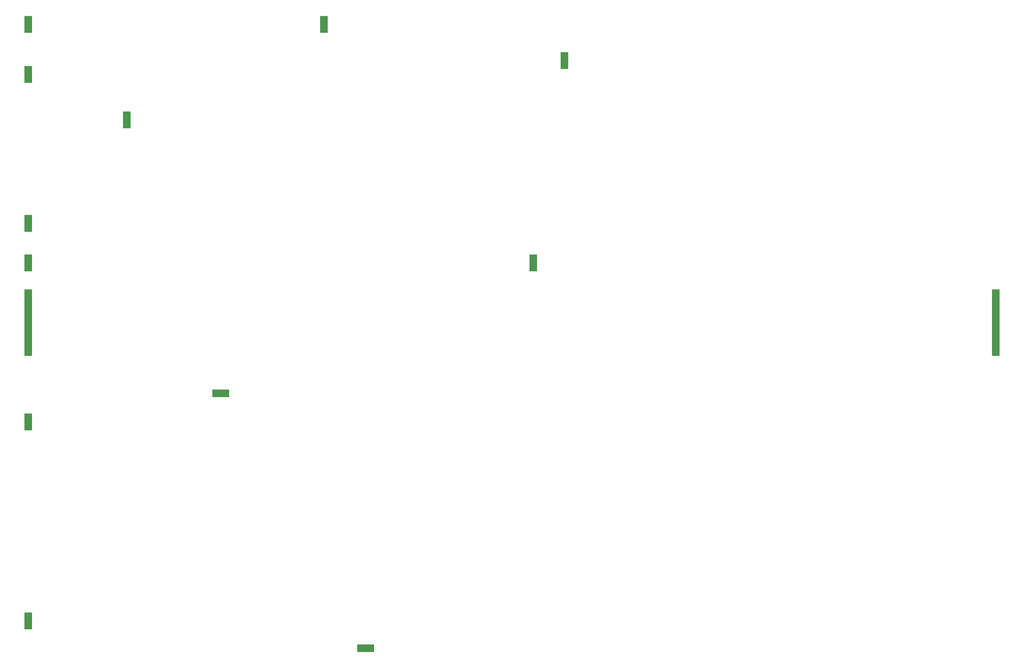
<source format=gts>
G04*
G04 #@! TF.GenerationSoftware,Altium Limited,Altium Designer,23.10.1 (27)*
G04*
G04 Layer_Color=8388736*
%FSLAX25Y25*%
%MOIN*%
G70*
G04*
G04 #@! TF.SameCoordinates,75E589B0-4E0D-4890-912C-9D4B5755E1C0*
G04*
G04*
G04 #@! TF.FilePolarity,Negative*
G04*
G01*
G75*
%ADD12R,0.05906X0.01181*%
%ADD13R,0.01181X0.05906*%
%ADD14R,0.05906X0.13780*%
%ADD15R,0.13780X0.05906*%
%ADD16R,0.05906X0.53150*%
D12*
X2953Y-364173D02*
D03*
Y-362205D02*
D03*
Y-360236D02*
D03*
Y-358268D02*
D03*
Y-356299D02*
D03*
Y-354331D02*
D03*
Y-206693D02*
D03*
Y-204724D02*
D03*
Y-202756D02*
D03*
Y-200787D02*
D03*
X2953Y-198819D02*
D03*
Y-196850D02*
D03*
X768701Y-137795D02*
D03*
Y-139764D02*
D03*
Y-141732D02*
D03*
Y-143701D02*
D03*
Y-145669D02*
D03*
Y-147638D02*
D03*
Y-135827D02*
D03*
Y-133858D02*
D03*
Y-131890D02*
D03*
Y-129921D02*
D03*
Y-127953D02*
D03*
Y-125984D02*
D03*
Y-124016D02*
D03*
X768701Y-122047D02*
D03*
X768701Y-120079D02*
D03*
Y-118110D02*
D03*
Y-116142D02*
D03*
Y-114173D02*
D03*
Y-112205D02*
D03*
Y-110236D02*
D03*
Y-108268D02*
D03*
Y-106299D02*
D03*
Y-104331D02*
D03*
Y-102362D02*
D03*
Y-100394D02*
D03*
Y-98425D02*
D03*
X2953Y-108268D02*
D03*
Y-106299D02*
D03*
Y-104331D02*
D03*
Y-102362D02*
D03*
Y-100394D02*
D03*
Y-98425D02*
D03*
Y-110236D02*
D03*
Y-112205D02*
D03*
Y-114173D02*
D03*
Y-116142D02*
D03*
Y-118110D02*
D03*
Y-120079D02*
D03*
Y-122047D02*
D03*
Y-124016D02*
D03*
Y-125984D02*
D03*
Y-127953D02*
D03*
Y-129921D02*
D03*
Y-131890D02*
D03*
Y-133858D02*
D03*
Y-135827D02*
D03*
Y-137795D02*
D03*
Y-139764D02*
D03*
Y-141732D02*
D03*
Y-143701D02*
D03*
Y-145669D02*
D03*
Y-147638D02*
D03*
Y68898D02*
D03*
Y70866D02*
D03*
Y72835D02*
D03*
Y74803D02*
D03*
Y76772D02*
D03*
Y78740D02*
D03*
X81004Y32874D02*
D03*
Y34843D02*
D03*
Y36811D02*
D03*
Y38780D02*
D03*
Y40748D02*
D03*
Y42717D02*
D03*
X2953Y108268D02*
D03*
Y110236D02*
D03*
Y112205D02*
D03*
Y114173D02*
D03*
Y116142D02*
D03*
Y118110D02*
D03*
X237205Y108268D02*
D03*
Y110236D02*
D03*
Y112205D02*
D03*
Y114173D02*
D03*
Y116142D02*
D03*
Y118110D02*
D03*
X2953Y-49409D02*
D03*
Y-47441D02*
D03*
Y-45472D02*
D03*
Y-43504D02*
D03*
Y-41535D02*
D03*
Y-39567D02*
D03*
X427362Y79724D02*
D03*
Y81693D02*
D03*
Y83661D02*
D03*
Y85630D02*
D03*
Y87598D02*
D03*
Y89567D02*
D03*
X2953Y-80709D02*
D03*
Y-78740D02*
D03*
Y-76772D02*
D03*
Y-74803D02*
D03*
Y-72835D02*
D03*
Y-70866D02*
D03*
X402559Y-80709D02*
D03*
Y-78740D02*
D03*
Y-76772D02*
D03*
Y-74803D02*
D03*
Y-72835D02*
D03*
Y-70866D02*
D03*
D13*
X274902Y-381102D02*
D03*
X272933D02*
D03*
X270965D02*
D03*
X268996D02*
D03*
X267028D02*
D03*
X265059D02*
D03*
X150492Y-179134D02*
D03*
X152461D02*
D03*
X154429D02*
D03*
X156398D02*
D03*
X158366D02*
D03*
X160335D02*
D03*
D14*
X2953Y-359252D02*
D03*
X2952Y-201772D02*
D03*
X2953Y73819D02*
D03*
X81004Y37795D02*
D03*
X2953Y113189D02*
D03*
X237205D02*
D03*
X2953Y-44488D02*
D03*
X427362Y84646D02*
D03*
X2953Y-75787D02*
D03*
X402559D02*
D03*
D15*
X269980Y-381102D02*
D03*
X155413Y-179134D02*
D03*
D16*
X768701Y-123032D02*
D03*
X2953Y-123032D02*
D03*
M02*

</source>
